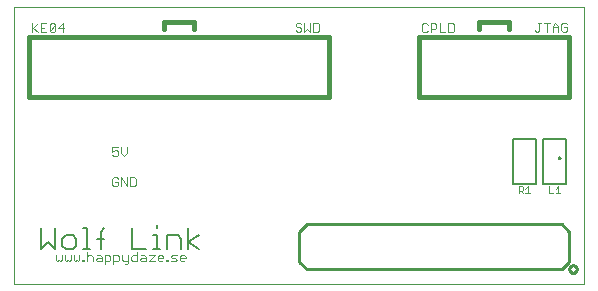
<source format=gto>
G75*
%MOIN*%
%OFA0B0*%
%FSLAX25Y25*%
%IPPOS*%
%LPD*%
%AMOC8*
5,1,8,0,0,1.08239X$1,22.5*
%
%ADD10C,0.00000*%
%ADD11C,0.01600*%
%ADD12C,0.00600*%
%ADD13C,0.01000*%
%ADD14C,0.00300*%
%ADD15C,0.00200*%
D10*
X0010770Y0002000D02*
X0010770Y0094500D01*
X0200770Y0094500D01*
X0200770Y0002000D01*
X0010770Y0002000D01*
D11*
X0015770Y0064500D02*
X0115770Y0064500D01*
X0115770Y0084500D01*
X0015770Y0084500D01*
X0015770Y0064500D01*
X0060770Y0087000D02*
X0060770Y0089500D01*
X0070770Y0089500D01*
X0070770Y0087000D01*
X0145770Y0084500D02*
X0145770Y0064500D01*
X0195770Y0064500D01*
X0195770Y0084500D01*
X0145770Y0084500D01*
X0165770Y0087000D02*
X0165770Y0089500D01*
X0175770Y0089500D01*
X0175770Y0087000D01*
D12*
X0177020Y0050300D02*
X0184520Y0050300D01*
X0184520Y0035300D01*
X0177020Y0035300D01*
X0177020Y0050300D01*
X0187020Y0050300D02*
X0194520Y0050300D01*
X0194520Y0035300D01*
X0187020Y0035300D01*
X0187020Y0050300D01*
X0192270Y0044000D02*
X0192272Y0044034D01*
X0192278Y0044068D01*
X0192287Y0044101D01*
X0192301Y0044132D01*
X0192318Y0044162D01*
X0192338Y0044190D01*
X0192361Y0044215D01*
X0192387Y0044238D01*
X0192415Y0044257D01*
X0192445Y0044273D01*
X0192477Y0044285D01*
X0192510Y0044294D01*
X0192544Y0044299D01*
X0192579Y0044300D01*
X0192613Y0044297D01*
X0192646Y0044290D01*
X0192679Y0044280D01*
X0192710Y0044265D01*
X0192739Y0044248D01*
X0192766Y0044227D01*
X0192791Y0044203D01*
X0192813Y0044176D01*
X0192831Y0044148D01*
X0192846Y0044117D01*
X0192858Y0044085D01*
X0192866Y0044051D01*
X0192870Y0044017D01*
X0192870Y0043983D01*
X0192866Y0043949D01*
X0192858Y0043915D01*
X0192846Y0043883D01*
X0192831Y0043852D01*
X0192813Y0043824D01*
X0192791Y0043797D01*
X0192766Y0043773D01*
X0192739Y0043752D01*
X0192710Y0043735D01*
X0192679Y0043720D01*
X0192646Y0043710D01*
X0192613Y0043703D01*
X0192579Y0043700D01*
X0192544Y0043701D01*
X0192510Y0043706D01*
X0192477Y0043715D01*
X0192445Y0043727D01*
X0192415Y0043743D01*
X0192387Y0043762D01*
X0192361Y0043785D01*
X0192338Y0043810D01*
X0192318Y0043838D01*
X0192301Y0043868D01*
X0192287Y0043899D01*
X0192278Y0043932D01*
X0192272Y0043966D01*
X0192270Y0044000D01*
X0072309Y0018221D02*
X0068806Y0015885D01*
X0072309Y0013550D01*
X0068806Y0013550D02*
X0068806Y0020556D01*
X0065311Y0018221D02*
X0066479Y0017053D01*
X0066479Y0013550D01*
X0061808Y0013550D02*
X0061808Y0018221D01*
X0065311Y0018221D01*
X0058310Y0018221D02*
X0058310Y0013550D01*
X0057143Y0013550D02*
X0059478Y0013550D01*
X0054815Y0013550D02*
X0050145Y0013550D01*
X0050145Y0020556D01*
X0057143Y0018221D02*
X0058310Y0018221D01*
X0058310Y0020556D02*
X0058310Y0021724D01*
X0040817Y0020556D02*
X0039649Y0019388D01*
X0039649Y0013550D01*
X0036151Y0013550D02*
X0033816Y0013550D01*
X0034984Y0013550D02*
X0034984Y0020556D01*
X0033816Y0020556D01*
X0030321Y0018221D02*
X0027986Y0018221D01*
X0026818Y0017053D01*
X0026818Y0014718D01*
X0027986Y0013550D01*
X0030321Y0013550D01*
X0031489Y0014718D01*
X0031489Y0017053D01*
X0030321Y0018221D01*
X0024491Y0020556D02*
X0024491Y0013550D01*
X0022155Y0015885D01*
X0019820Y0013550D01*
X0019820Y0020556D01*
X0038481Y0017053D02*
X0040817Y0017053D01*
D13*
X0105770Y0019500D02*
X0105770Y0009500D01*
X0108270Y0007000D01*
X0193270Y0007000D01*
X0195770Y0009500D01*
X0195770Y0019500D01*
X0193270Y0022000D01*
X0108270Y0022000D01*
X0105770Y0019500D01*
X0195770Y0007000D02*
X0195772Y0007070D01*
X0195778Y0007140D01*
X0195788Y0007209D01*
X0195801Y0007278D01*
X0195819Y0007346D01*
X0195840Y0007413D01*
X0195865Y0007478D01*
X0195894Y0007542D01*
X0195926Y0007605D01*
X0195962Y0007665D01*
X0196001Y0007723D01*
X0196043Y0007779D01*
X0196088Y0007833D01*
X0196136Y0007884D01*
X0196187Y0007932D01*
X0196241Y0007977D01*
X0196297Y0008019D01*
X0196355Y0008058D01*
X0196415Y0008094D01*
X0196478Y0008126D01*
X0196542Y0008155D01*
X0196607Y0008180D01*
X0196674Y0008201D01*
X0196742Y0008219D01*
X0196811Y0008232D01*
X0196880Y0008242D01*
X0196950Y0008248D01*
X0197020Y0008250D01*
X0197090Y0008248D01*
X0197160Y0008242D01*
X0197229Y0008232D01*
X0197298Y0008219D01*
X0197366Y0008201D01*
X0197433Y0008180D01*
X0197498Y0008155D01*
X0197562Y0008126D01*
X0197625Y0008094D01*
X0197685Y0008058D01*
X0197743Y0008019D01*
X0197799Y0007977D01*
X0197853Y0007932D01*
X0197904Y0007884D01*
X0197952Y0007833D01*
X0197997Y0007779D01*
X0198039Y0007723D01*
X0198078Y0007665D01*
X0198114Y0007605D01*
X0198146Y0007542D01*
X0198175Y0007478D01*
X0198200Y0007413D01*
X0198221Y0007346D01*
X0198239Y0007278D01*
X0198252Y0007209D01*
X0198262Y0007140D01*
X0198268Y0007070D01*
X0198270Y0007000D01*
X0198268Y0006930D01*
X0198262Y0006860D01*
X0198252Y0006791D01*
X0198239Y0006722D01*
X0198221Y0006654D01*
X0198200Y0006587D01*
X0198175Y0006522D01*
X0198146Y0006458D01*
X0198114Y0006395D01*
X0198078Y0006335D01*
X0198039Y0006277D01*
X0197997Y0006221D01*
X0197952Y0006167D01*
X0197904Y0006116D01*
X0197853Y0006068D01*
X0197799Y0006023D01*
X0197743Y0005981D01*
X0197685Y0005942D01*
X0197625Y0005906D01*
X0197562Y0005874D01*
X0197498Y0005845D01*
X0197433Y0005820D01*
X0197366Y0005799D01*
X0197298Y0005781D01*
X0197229Y0005768D01*
X0197160Y0005758D01*
X0197090Y0005752D01*
X0197020Y0005750D01*
X0196950Y0005752D01*
X0196880Y0005758D01*
X0196811Y0005768D01*
X0196742Y0005781D01*
X0196674Y0005799D01*
X0196607Y0005820D01*
X0196542Y0005845D01*
X0196478Y0005874D01*
X0196415Y0005906D01*
X0196355Y0005942D01*
X0196297Y0005981D01*
X0196241Y0006023D01*
X0196187Y0006068D01*
X0196136Y0006116D01*
X0196088Y0006167D01*
X0196043Y0006221D01*
X0196001Y0006277D01*
X0195962Y0006335D01*
X0195926Y0006395D01*
X0195894Y0006458D01*
X0195865Y0006522D01*
X0195840Y0006587D01*
X0195819Y0006654D01*
X0195801Y0006722D01*
X0195788Y0006791D01*
X0195778Y0006860D01*
X0195772Y0006930D01*
X0195770Y0007000D01*
D14*
X0067856Y0010617D02*
X0065921Y0010617D01*
X0065921Y0010134D02*
X0065921Y0011101D01*
X0066405Y0011585D01*
X0067373Y0011585D01*
X0067856Y0011101D01*
X0067856Y0010617D01*
X0067373Y0009650D02*
X0066405Y0009650D01*
X0065921Y0010134D01*
X0064910Y0010134D02*
X0064426Y0010617D01*
X0063459Y0010617D01*
X0062975Y0011101D01*
X0063459Y0011585D01*
X0064910Y0011585D01*
X0064910Y0010134D02*
X0064426Y0009650D01*
X0062975Y0009650D01*
X0061985Y0009650D02*
X0061502Y0009650D01*
X0061502Y0010134D01*
X0061985Y0010134D01*
X0061985Y0009650D01*
X0060490Y0010617D02*
X0058555Y0010617D01*
X0058555Y0010134D02*
X0058555Y0011101D01*
X0059039Y0011585D01*
X0060006Y0011585D01*
X0060490Y0011101D01*
X0060490Y0010617D01*
X0060006Y0009650D02*
X0059039Y0009650D01*
X0058555Y0010134D01*
X0057543Y0009650D02*
X0055609Y0009650D01*
X0057543Y0011585D01*
X0055609Y0011585D01*
X0054597Y0011101D02*
X0054597Y0009650D01*
X0053146Y0009650D01*
X0052662Y0010134D01*
X0053146Y0010617D01*
X0054597Y0010617D01*
X0054597Y0011101D02*
X0054113Y0011585D01*
X0053146Y0011585D01*
X0051650Y0011585D02*
X0050199Y0011585D01*
X0049715Y0011101D01*
X0049715Y0010134D01*
X0050199Y0009650D01*
X0051650Y0009650D01*
X0051650Y0012552D01*
X0048704Y0011585D02*
X0048704Y0009166D01*
X0048220Y0008683D01*
X0047736Y0008683D01*
X0047253Y0009650D02*
X0048704Y0009650D01*
X0047253Y0009650D02*
X0046769Y0010134D01*
X0046769Y0011585D01*
X0045757Y0011101D02*
X0045757Y0010134D01*
X0045274Y0009650D01*
X0043822Y0009650D01*
X0043822Y0008683D02*
X0043822Y0011585D01*
X0045274Y0011585D01*
X0045757Y0011101D01*
X0042811Y0011101D02*
X0042811Y0010134D01*
X0042327Y0009650D01*
X0040876Y0009650D01*
X0040876Y0008683D02*
X0040876Y0011585D01*
X0042327Y0011585D01*
X0042811Y0011101D01*
X0039864Y0011101D02*
X0039864Y0009650D01*
X0038413Y0009650D01*
X0037929Y0010134D01*
X0038413Y0010617D01*
X0039864Y0010617D01*
X0039864Y0011101D02*
X0039381Y0011585D01*
X0038413Y0011585D01*
X0036918Y0011101D02*
X0036918Y0009650D01*
X0036918Y0011101D02*
X0036434Y0011585D01*
X0035467Y0011585D01*
X0034983Y0011101D01*
X0033993Y0010134D02*
X0033510Y0010134D01*
X0033510Y0009650D01*
X0033993Y0009650D01*
X0033993Y0010134D01*
X0034983Y0009650D02*
X0034983Y0012552D01*
X0032498Y0011585D02*
X0032498Y0010134D01*
X0032014Y0009650D01*
X0031531Y0010134D01*
X0031047Y0009650D01*
X0030563Y0010134D01*
X0030563Y0011585D01*
X0029552Y0011585D02*
X0029552Y0010134D01*
X0029068Y0009650D01*
X0028584Y0010134D01*
X0028100Y0009650D01*
X0027617Y0010134D01*
X0027617Y0011585D01*
X0026605Y0011585D02*
X0026605Y0010134D01*
X0026121Y0009650D01*
X0025638Y0010134D01*
X0025154Y0009650D01*
X0024670Y0010134D01*
X0024670Y0011585D01*
X0043904Y0034650D02*
X0044871Y0034650D01*
X0045355Y0035134D01*
X0045355Y0036101D01*
X0044388Y0036101D01*
X0045355Y0037069D02*
X0044871Y0037552D01*
X0043904Y0037552D01*
X0043420Y0037069D01*
X0043420Y0035134D01*
X0043904Y0034650D01*
X0046367Y0034650D02*
X0046367Y0037552D01*
X0048302Y0034650D01*
X0048302Y0037552D01*
X0049313Y0037552D02*
X0050764Y0037552D01*
X0051248Y0037069D01*
X0051248Y0035134D01*
X0050764Y0034650D01*
X0049313Y0034650D01*
X0049313Y0037552D01*
X0047334Y0044650D02*
X0048302Y0045617D01*
X0048302Y0047552D01*
X0046367Y0047552D02*
X0046367Y0045617D01*
X0047334Y0044650D01*
X0045355Y0045134D02*
X0044871Y0044650D01*
X0043904Y0044650D01*
X0043420Y0045134D01*
X0043420Y0046101D02*
X0044388Y0046585D01*
X0044871Y0046585D01*
X0045355Y0046101D01*
X0045355Y0045134D01*
X0043420Y0046101D02*
X0043420Y0047552D01*
X0045355Y0047552D01*
X0026925Y0085950D02*
X0026925Y0088852D01*
X0025474Y0087401D01*
X0027409Y0087401D01*
X0024462Y0086434D02*
X0023978Y0085950D01*
X0023011Y0085950D01*
X0022527Y0086434D01*
X0024462Y0088369D01*
X0024462Y0086434D01*
X0022527Y0086434D02*
X0022527Y0088369D01*
X0023011Y0088852D01*
X0023978Y0088852D01*
X0024462Y0088369D01*
X0021516Y0088852D02*
X0019581Y0088852D01*
X0019581Y0085950D01*
X0021516Y0085950D01*
X0020548Y0087401D02*
X0019581Y0087401D01*
X0018569Y0085950D02*
X0017118Y0087401D01*
X0016634Y0086917D02*
X0018569Y0088852D01*
X0016634Y0088852D02*
X0016634Y0085950D01*
X0104520Y0086634D02*
X0105004Y0086150D01*
X0105971Y0086150D01*
X0106455Y0086634D01*
X0106455Y0087117D01*
X0105971Y0087601D01*
X0105004Y0087601D01*
X0104520Y0088085D01*
X0104520Y0088569D01*
X0105004Y0089052D01*
X0105971Y0089052D01*
X0106455Y0088569D01*
X0107467Y0089052D02*
X0107467Y0086150D01*
X0108434Y0087117D01*
X0109402Y0086150D01*
X0109402Y0089052D01*
X0110413Y0089052D02*
X0111864Y0089052D01*
X0112348Y0088569D01*
X0112348Y0086634D01*
X0111864Y0086150D01*
X0110413Y0086150D01*
X0110413Y0089052D01*
X0146634Y0088369D02*
X0146634Y0086434D01*
X0147118Y0085950D01*
X0148085Y0085950D01*
X0148569Y0086434D01*
X0149581Y0086917D02*
X0151032Y0086917D01*
X0151516Y0087401D01*
X0151516Y0088369D01*
X0151032Y0088852D01*
X0149581Y0088852D01*
X0149581Y0085950D01*
X0148569Y0088369D02*
X0148085Y0088852D01*
X0147118Y0088852D01*
X0146634Y0088369D01*
X0152527Y0088852D02*
X0152527Y0085950D01*
X0154462Y0085950D01*
X0155474Y0085950D02*
X0156925Y0085950D01*
X0157409Y0086434D01*
X0157409Y0088369D01*
X0156925Y0088852D01*
X0155474Y0088852D01*
X0155474Y0085950D01*
X0184320Y0086634D02*
X0184804Y0086150D01*
X0185288Y0086150D01*
X0185771Y0086634D01*
X0185771Y0089052D01*
X0185288Y0089052D02*
X0186255Y0089052D01*
X0187267Y0089052D02*
X0189202Y0089052D01*
X0188234Y0089052D02*
X0188234Y0086150D01*
X0190213Y0086150D02*
X0190213Y0088085D01*
X0191181Y0089052D01*
X0192148Y0088085D01*
X0192148Y0086150D01*
X0193160Y0086634D02*
X0193643Y0086150D01*
X0194611Y0086150D01*
X0195095Y0086634D01*
X0195095Y0087601D01*
X0194127Y0087601D01*
X0193160Y0086634D02*
X0193160Y0088569D01*
X0193643Y0089052D01*
X0194611Y0089052D01*
X0195095Y0088569D01*
X0192148Y0087601D02*
X0190213Y0087601D01*
D15*
X0189000Y0034552D02*
X0189000Y0032350D01*
X0190468Y0032350D01*
X0191210Y0032350D02*
X0192678Y0032350D01*
X0191944Y0032350D02*
X0191944Y0034552D01*
X0191210Y0033818D01*
X0182628Y0032350D02*
X0181160Y0032350D01*
X0181894Y0032350D02*
X0181894Y0034552D01*
X0181160Y0033818D01*
X0180418Y0034185D02*
X0180418Y0033451D01*
X0180051Y0033084D01*
X0178950Y0033084D01*
X0178950Y0032350D02*
X0178950Y0034552D01*
X0180051Y0034552D01*
X0180418Y0034185D01*
X0179684Y0033084D02*
X0180418Y0032350D01*
M02*

</source>
